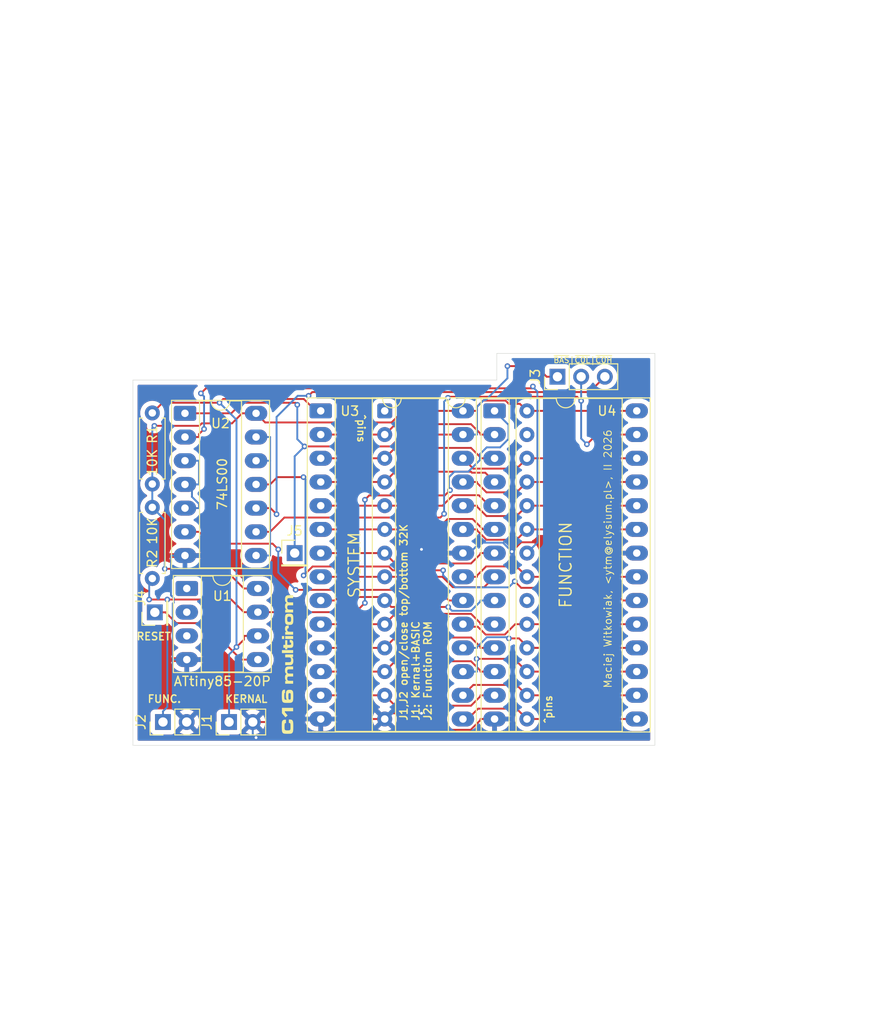
<source format=kicad_pcb>
(kicad_pcb (version 20241229) (generator "pcbnew") (generator_version "9.0")
  (title_block (title "C16 multirom") (date "2026-02-07") (rev "1") (company "YTM Enterprises") (comment 1 "Maciej Witkowiak, <ytm@elysium.pl>"))
  (layers (0 "F.Cu" signal) (2 "B.Cu" signal) (13 "F.Paste" user) (15 "B.Paste" user) (5 "F.SilkS" user "F.Silkscreen") (7 "B.SilkS" user "B.Silkscreen") (1 "F.Mask" user) (3 "B.Mask" user) (25 "Edge.Cuts" user))
  (net 0 "")
  (net 1 "/U3_A15")
  (net 2 "GND")
  (net 3 "/U4_A15")
  (net 4 "/~{BASIC}")
  (net 5 "/~{RESET}")
  (net 6 "VCC")
  (net 7 "/A1")
  (net 8 "/D0")
  (net 10 "/A11")
  (net 11 "/A5")
  (net 12 "/D3")
  (net 13 "/A4")
  (net 14 "/A6")
  (net 15 "/A9")
  (net 16 "/D1")
  (net 17 "/A10")
  (net 18 "/A2")
  (net 19 "/D2")
  (net 20 "/A7")
  (net 21 "/D4")
  (net 22 "/A13")
  (net 23 "/A3")
  (net 24 "/A0")
  (net 25 "/~{KERNAL}")
  (net 26 "/D5")
  (net 27 "/A12")
  (net 28 "/D6")
  (net 29 "/D7")
  (net 32 "/A8")
  (net 36 "/~{SYSTEMROM}")
  (net 37 "Net-(U2-Pad3)")
  (net 38 "/~{C0HIGH}")
  (net 39 "Net-(U2-Pad12)")
  (net 40 "/~{C0LOW}")
  (net 41 "/~{FUNCTIONROM}")
  (footprint "Package_DIP:DIP-28_W15.24mm_Socket_LongPads" (layer "F.Cu") (at 169.76 57.658)
    (property "Reference" "U4")
    (property "Value" "27C512")
  )
  (footprint "Connector_PinHeader_2.54mm:PinHeader_1x01_P2.54mm_Vertical" (layer "F.Cu") (at 133.35 79.248 90)
    (property "Reference" "J4")
    (property "Value" "Conn_01x01_Pin" (hide yes))
  )
  (footprint "Connector_PinHeader_2.54mm:PinHeader_1x03_P2.54mm_Vertical" (layer "F.Cu") (at 176.5 54 90)
    (property "Reference" "J3")
    (property "Value" "Conn_01x01_Pin" (hide yes))
  )
  (footprint "kibuzzard-6987CFF9" (layer "F.Cu") (at 147.574 84.836 90)
    (property "Reference" "kibuzzard-6987CFF9" (hide yes))
    (property "Value" "G***" (hide yes))
  )
  (footprint "Package_DIP:DIP-28_W15.24mm_Socket_LongPads" (layer "F.Cu") (at 151.13 57.658)
    (property "Reference" "U3")
    (property "Value" "27C512")
  )
  (footprint "Package_DIP:DIP-8_W7.62mm_Socket_LongPads" (layer "F.Cu") (at 136.775 76.69)
    (property "Reference" "U1")
    (property "Value" "ATtiny85-20P")
  )
  (footprint "Connector_PinHeader_2.54mm:PinHeader_1x02_P2.54mm_Vertical" (layer "F.Cu") (at 141.305 91 90)
    (property "Reference" "J1")
    (property "Value" "Conn_01x02_Pin" (hide yes))
  )
  (footprint "Resistor_THT:R_Axial_DIN0207_L6.3mm_D2.5mm_P7.62mm_Horizontal" (layer "F.Cu") (at 133.08 68 -90)
    (property "Reference" "R2")
    (property "Value" "10K")
  )
  (footprint "Package_DIP:DIP-14_W7.62mm_Socket_LongPads" (layer "F.Cu") (at 136.58 57.92)
    (property "Reference" "U2")
    (property "Value" "74LS00")
  )
  (footprint "Connector_PinHeader_2.54mm:PinHeader_1x02_P2.54mm_Vertical" (layer "F.Cu") (at 134.225 91 90)
    (property "Reference" "J2")
    (property "Value" "Conn_01x02_Pin" (hide yes))
  )
  (footprint "Resistor_THT:R_Axial_DIN0207_L6.3mm_D2.5mm_P7.62mm_Horizontal" (layer "F.Cu") (at 133.08 65.5 90)
    (property "Reference" "R1")
    (property "Value" "10K")
  )
  (footprint "Package_DIP:DIP-28_W15.24mm_Socket" (layer "F.Cu") (at 157.988 57.658)
    (property "Reference" "SOCKET_U4" (hide yes))
    (property "Value" "27128")
  )
  (footprint "Connector_PinHeader_2.54mm:PinHeader_1x01_P2.54mm_Vertical" (layer "F.Cu") (at 148.336 72.898)
    (property "Reference" "J5")
    (property "Value" "Conn_01x01_Pin" (hide yes))
  )
  (gr_line (start 186.944 93.5) (end 131 93.5) (stroke (width 0.05)) (layer "Edge.Cuts"))
  (gr_line (start 170 54.356) (end 170 51.5) (stroke (width 0.05)) (layer "Edge.Cuts"))
  (gr_line (start 186.944 51.5) (end 186.944 93.5) (stroke (width 0.05)) (layer "Edge.Cuts"))
  (gr_line (start 131 54.356) (end 131 93.5) (stroke (width 0.05)) (layer "Edge.Cuts"))
  (gr_line (start 131 54.356) (end 170 54.356) (stroke (width 0.05)) (layer "Edge.Cuts"))
  (gr_line (start 170 51.5) (end 186.944 51.5) (stroke (width 0.05)) (layer "Edge.Cuts"))
  (gr_text "J1,J2 open/close top/bottom 32K\nJ1: Kernal+BASIC\nJ2: Function ROM" (at 163.068 90.932 90) (layer "F.SilkS") (effects (font (size 0.8 0.8)) (justify left bottom)))
  (gr_text "~{BAS}|~{C0L}|~{C0H}" (at 176.022 52.578 0) (layer "F.SilkS") (effects (font (size 0.6 0.6) (thickness 0.1)) (justify left bottom)))
  (gr_text "KERNAL" (at 145.5 89 0) (layer "F.SilkS") (effects (font (size 0.8 0.8)) (justify right bottom)))
  (gr_text "FUNC." (at 132.5 89 0) (layer "F.SilkS") (effects (font (size 0.8 0.8)) (justify left bottom)))
  (gr_text "^pins" (at 176 91.186 90) (layer "F.SilkS") (effects (font (size 0.8 0.8)) (justify left bottom)))
  (gr_text "Maciej Witkowiak, <ytm@elysium.pl>, II 2026" (at 182.372 87.43 90) (layer "F.SilkS") (effects (font (size 0.8 0.8) (thickness 0.1)) (justify left bottom)))
  (gr_text "RESET" (at 131.318 82.296 0) (layer "F.SilkS") (effects (font (size 0.8 0.8)) (justify left bottom)))
  (gr_text "^pins" (at 155 58 270) (layer "F.SilkS") (effects (font (size 0.8 0.8)) (justify left bottom)))
  (segment (start 142.8933 82.1731) (end 142.8933 81.77) (width 0.2) (layer "F.Cu") (net 1))
  (segment (start 133.08 57.88) (end 134.1745 56.7855) (width 0.2) (layer "F.Cu") (net 1))
  (segment (start 134.1745 56.7855) (end 140.2811 56.7855) (width 0.2) (layer "F.Cu") (net 1))
  (segment (start 140.6813 56.3853) (end 149.3187 56.3853) (width 0.2) (layer "F.Cu") (net 1))
  (segment (start 140.2811 56.7855) (end 140.6813 56.3853) (width 0.2) (layer "F.Cu") (net 1))
  (segment (start 150.5914 57.658) (end 151.13 57.658) (width 0.2) (layer "F.Cu") (net 1))
  (segment (start 144.395 81.77) (end 142.8933 81.77) (width 0.2) (layer "F.Cu") (net 1))
  (segment (start 149.3187 56.3853) (end 150.5914 57.658) (width 0.2) (layer "F.Cu") (net 1))
  (segment (start 142.1017 82.9647) (end 142.8933 82.1731) (width 0.2) (layer "F.Cu") (net 1))
  (via (at 140.2811 56.7855) (size 0.6) (drill 0.3) (layers "F.Cu" "B.Cu") (net 1))
  (via (at 142.1017 82.9647) (size 0.6) (drill 0.3) (layers "F.Cu" "B.Cu") (net 1))
  (segment (start 142.1017 58.6061) (end 142.1017 82.9647) (width 0.2) (layer "B.Cu") (net 1))
  (segment (start 141.305 91) (end 141.305 83.7614) (width 0.2) (layer "B.Cu") (net 1))
  (segment (start 140.2811 56.7855) (end 142.1017 58.6061) (width 0.2) (layer "B.Cu") (net 1))
  (segment (start 141.305 83.7614) (end 142.1017 82.9647) (width 0.2) (layer "B.Cu") (net 1))
  (segment (start 161.9275 90.0677) (end 158.5983 90.0677) (width 0.2) (layer "F.Cu") (net 2))
  (segment (start 151.13 90.678) (end 157.988 90.678) (width 0.2) (layer "F.Cu") (net 2))
  (segment (start 143.845 91) (end 149.3063 91) (width 0.2) (layer "F.Cu") (net 2))
  (segment (start 182.3416 71.7413) (end 183.4983 72.898) (width 0.2) (layer "F.Cu") (net 2))
  (segment (start 151.13 90.678) (end 149.6283 90.678) (width 0.2) (layer "F.Cu") (net 2))
  (segment (start 171.615 72.7377) (end 172.6114 71.7413) (width 0.2) (layer "F.Cu") (net 2))
  (segment (start 172.6114 71.7413) (end 182.3416 71.7413) (width 0.2) (layer "F.Cu") (net 2))
  (segment (start 149.3063 91) (end 149.6283 90.678) (width 0.2) (layer "F.Cu") (net 2))
  (segment (start 185 72.898) (end 183.4983 72.898) (width 0.2) (layer "F.Cu") (net 2))
  (segment (start 168.2583 90.678) (end 168.2583 90.7795) (width 0.2) (layer "F.Cu") (net 2))
  (segment (start 158.5983 90.0677) (end 157.988 90.678) (width 0.2) (layer "F.Cu") (net 2))
  (segment (start 162.326 72.898) (end 161.9275 72.4995) (width 0.2) (layer "F.Cu") (net 2))
  (segment (start 136.765 91) (end 138.435 92.67) (width 0.2) (layer "F.Cu") (net 2))
  (segment (start 167.203 91.8348) (end 163.6946 91.8348) (width 0.2) (layer "F.Cu") (net 2))
  (segment (start 169.76 90.678) (end 168.2583 90.678) (width 0.2) (layer "F.Cu") (net 2))
  (segment (start 163.6946 91.8348) (end 161.9275 90.0677) (width 0.2) (layer "F.Cu") (net 2))
  (segment (start 166.37 72.898) (end 162.326 72.898) (width 0.2) (layer "F.Cu") (net 2))
  (segment (start 138.435 92.67) (end 144.1975 92.67) (width 0.2) (layer "F.Cu") (net 2))
  (segment (start 168.2583 90.7795) (end 167.203 91.8348) (width 0.2) (layer "F.Cu") (net 2))
  (via (at 144.1975 92.67) (size 0.6) (drill 0.3) (layers "F.Cu" "B.Cu") (net 2))
  (via (at 161.9275 90.0677) (size 0.6) (drill 0.3) (layers "F.Cu" "B.Cu") (net 2))
  (via (at 161.9275 72.4995) (size 0.6) (drill 0.3) (layers "F.Cu" "B.Cu") (net 2))
  (via (at 171.615 72.7377) (size 0.6) (drill 0.3) (layers "F.Cu" "B.Cu") (net 2))
  (segment (start 136.58 73.16) (end 135.0783 73.16) (width 0.2) (layer "B.Cu") (net 2))
  (segment (start 170.6566 71.7793) (end 171.615 72.7377) (width 0.2) (layer "B.Cu") (net 2))
  (segment (start 135.3697 77.7066) (end 135.0783 77.4152) (width 0.2) (layer "B.Cu") (net 2))
  (segment (start 135.2733 84.31) (end 135.2733 78.3014) (width 0.2) (layer "B.Cu") (net 2))
  (segment (start 168.1966 71.7793) (end 170.6566 71.7793) (width 0.2) (layer "B.Cu") (net 2))
  (segment (start 166.37 72.898) (end 167.0779 72.898) (width 0.2) (layer "B.Cu") (net 2))
  (segment (start 135.3697 78.205) (end 135.3697 77.7066) (width 0.2) (layer "B.Cu") (net 2))
  (segment (start 136.765 91) (end 135.2733 89.5083) (width 0.2) (layer "B.Cu") (net 2))
  (segment (start 135.0783 77.4152) (end 135.0783 73.16) (width 0.2) (layer "B.Cu") (net 2))
  (segment (start 167.0779 72.898) (end 168.1966 71.7793) (width 0.2) (layer "B.Cu") (net 2))
  (segment (start 161.9275 72.4995) (end 161.9275 90.0677) (width 0.2) (layer "B.Cu") (net 2))
  (segment (start 144.1975 92.67) (end 143.845 92.3175) (width 0.2) (layer "B.Cu") (net 2))
  (segment (start 135.2733 89.5083) (end 135.2733 84.31) (width 0.2) (layer "B.Cu") (net 2))
  (segment (start 135.2733 78.3014) (end 135.3697 78.205) (width 0.2) (layer "B.Cu") (net 2))
  (segment (start 136.775 84.31) (end 135.2733 84.31) (width 0.2) (layer "B.Cu") (net 2))
  (segment (start 143.845 92.3175) (end 143.845 91) (width 0.2) (layer "B.Cu") (net 2))
  (segment (start 155.864 78.2351) (end 154.8691 79.23) (width 0.2) (layer "F.Cu") (net 3))
  (segment (start 154.8691 79.23) (end 144.395 79.23) (width 0.2) (layer "F.Cu") (net 3))
  (segment (start 132.7474 77.8737) (end 134.6859 77.8737) (width 0.2) (layer "F.Cu") (net 3))
  (segment (start 141.537 77.8737) (end 134.6859 77.8737) (width 0.2) (layer "F.Cu") (net 3))
  (segment (start 156.3307 66.7163) (end 164.4316 66.7163) (width 0.2) (layer "F.Cu") (net 3))
  (segment (start 164.4316 66.7163) (end 164.987 66.1609) (width 0.2) (layer "F.Cu") (net 3))
  (segment (start 144.395 79.23) (end 142.8933 79.23) (width 0.2) (layer "F.Cu") (net 3))
  (segment (start 142.8933 79.23) (end 141.537 77.8737) (width 0.2) (layer "F.Cu") (net 3))
  (segment (start 156.3307 66.7163) (end 155.864 67.183) (width 0.2) (layer "F.Cu") (net 3))
  (via (at 155.864 78.2351) (size 0.6) (drill 0.3) (layers "F.Cu" "B.Cu") (net 3))
  (via (at 132.7474 77.8737) (size 0.6) (drill 0.3) (layers "F.Cu" "B.Cu") (net 3))
  (via (at 164.987 66.1609) (size 0.6) (drill 0.3) (layers "F.Cu" "B.Cu") (net 3))
  (via (at 134.6859 77.8737) (size 0.6) (drill 0.3) (layers "F.Cu" "B.Cu") (net 3))
  (via (at 155.864 67.183) (size 0.6) (drill 0.3) (layers "F.Cu" "B.Cu") (net 3))
  (segment (start 132.7474 77.8737) (end 132.7474 75.9526) (width 0.2) (layer "B.Cu") (net 3))
  (segment (start 168.1901 62.9278) (end 168.1901 62.2946) (width 0.2) (layer "B.Cu") (net 3))
  (segment (start 171.2617 60.6582) (end 171.2617 59.1597) (width 0.2) (layer "B.Cu") (net 3))
  (segment (start 170.3497 61.5702) (end 171.2617 60.6582) (width 0.2) (layer "B.Cu") (net 3))
  (segment (start 168.9145 61.5702) (end 170.3497 61.5702) (width 0.2) (layer "B.Cu") (net 3))
  (segment (start 166.9416 64.1763) (end 168.1901 62.9278) (width 0.2) (layer "B.Cu") (net 3))
  (segment (start 164.8683 66.0422) (end 164.987 66.1609) (width 0.2) (layer "B.Cu") (net 3))
  (segment (start 164.8683 66.0422) (end 164.8683 64.7625) (width 0.2) (layer "B.Cu") (net 3))
  (segment (start 132.7474 75.9526) (end 133.08 75.62) (width 0.2) (layer "B.Cu") (net 3))
  (segment (start 164.8683 64.7625) (end 165.4545 64.1763) (width 0.2) (layer "B.Cu") (net 3))
  (segment (start 134.225 91) (end 134.225 89.8483) (width 0.2) (layer "B.Cu") (net 3))
  (segment (start 165.4545 64.1763) (end 166.9416 64.1763) (width 0.2) (layer "B.Cu") (net 3))
  (segment (start 171.2617 59.1597) (end 169.76 57.658) (width 0.2) (layer "B.Cu") (net 3))
  (segment (start 134.6859 89.3874) (end 134.225 89.8483) (width 0.2) (layer "B.Cu") (net 3))
  (segment (start 155.864 78.2351) (end 155.864 67.183) (width 0.2) (layer "B.Cu") (net 3))
  (segment (start 134.6859 77.8737) (end 134.6859 89.3874) (width 0.2) (layer "B.Cu") (net 3))
  (segment (start 168.1901 62.2946) (end 168.9145 61.5702) (width 0.2) (layer "B.Cu") (net 3))
  (segment (start 149.3972 61.468) (end 158.6351 61.468) (width 0.2) (layer "F.Cu") (net 4))
  (segment (start 176.5 54) (end 175.3483 54) (width 0.2) (layer "F.Cu") (net 4))
  (segment (start 171.14 52.8612) (end 174.2095 52.8612) (width 0.2) (layer "F.Cu") (net 4))
  (segment (start 148.3979 56.787) (end 148.6183 57.0074) (width 0.2) (layer "F.Cu") (net 4))
  (segment (start 141.5463 57.92) (end 142.6793 56.787) (width 0.2) (layer "F.Cu") (net 4))
  (segment (start 174.2095 52.8612) (end 175.3483 54) (width 0.2) (layer "F.Cu") (net 4))
  (segment (start 136.58 57.92) (end 141.5463 57.92) (width 0.2) (layer "F.Cu") (net 4))
  (segment (start 142.6793 56.787) (end 148.3979 56.787) (width 0.2) (layer "F.Cu") (net 4))
  (segment (start 158.6351 61.468) (end 159.9051 60.198) (width 0.2) (layer "F.Cu") (net 4))
  (segment (start 159.9051 60.198) (end 166.37 60.198) (width 0.2) (layer "F.Cu") (net 4))
  (via (at 171.14 52.8612) (size 0.6) (drill 0.3) (layers "F.Cu" "B.Cu") (net 4))
  (via (at 149.3972 61.468) (size 0.6) (drill 0.3) (layers "F.Cu" "B.Cu") (net 4))
  (via (at 148.6183 57.0074) (size 0.6) (drill 0.3) (layers "F.Cu" "B.Cu") (net 4))
  (segment (start 148.336 62.5292) (end 149.3972 61.468) (width 0.2) (layer "B.Cu") (net 4))
  (segment (start 168.8127 56.4933) (end 171.14 54.166) (width 0.2) (layer "B.Cu") (net 4))
  (segment (start 149.3972 61.468) (end 148.6183 60.6891) (width 0.2) (layer "B.Cu") (net 4))
  (segment (start 167.8717 60.198) (end 167.8717 57.2363) (width 0.2) (layer "B.Cu") (net 4))
  (segment (start 148.6183 60.6891) (end 148.6183 57.0074) (width 0.2) (layer "B.Cu") (net 4))
  (segment (start 167.8717 57.2363) (end 168.6147 56.4933) (width 0.2) (layer "B.Cu") (net 4))
  (segment (start 168.6147 56.4933) (end 168.8127 56.4933) (width 0.2) (layer "B.Cu") (net 4))
  (segment (start 171.14 54.166) (end 171.14 52.8612) (width 0.2) (layer "B.Cu") (net 4))
  (segment (start 148.336 72.898) (end 148.336 62.5292) (width 0.2) (layer "B.Cu") (net 4))
  (segment (start 166.37 60.198) (end 167.8717 60.198) (width 0.2) (layer "B.Cu") (net 4))
  (segment (start 134.5017 79.248) (end 135.6534 80.3997) (width 0.2) (layer "F.Cu") (net 5))
  (segment (start 133.35 79.248) (end 134.5017 79.248) (width 0.2) (layer "F.Cu") (net 5))
  (segment (start 135.6534 80.3997) (end 138.6859 80.3997) (width 0.2) (layer "F.Cu") (net 5))
  (segment (start 142.5962 84.31) (end 144.395 84.31) (width 0.2) (layer "F.Cu") (net 5))
  (segment (start 138.6859 80.3997) (end 142.5962 84.31) (width 0.2) (layer "F.Cu") (net 5))
  (segment (start 171.288 56.9044) (end 171.288 56.9045) (width 0.2) (layer "F.Cu") (net 6))
  (segment (start 170.9379 56.5543) (end 171.288 56.9044) (width 0.2) (layer "F.Cu") (net 6))
  (segment (start 173.228 57.658) (end 185 57.658) (width 0.2) (layer "F.Cu") (net 6))
  (segment (start 144.395 76.69) (end 142.8933 76.69) (width 0.2) (layer "F.Cu") (net 6))
  (segment (start 167.8717 57.658) (end 167.8717 57.2168) (width 0.2) (layer "F.Cu") (net 6))
  (segment (start 171.288 56.9045) (end 172.4745 56.9045) (width 0.2) (layer "F.Cu") (net 6))
  (segment (start 167.1209 57.658) (end 166.37 57.658) (width 0.2) (layer "F.Cu") (net 6))
  (segment (start 144.2 57.92) (end 142.6983 57.92) (width 0.2) (layer "F.Cu") (net 6))
  (segment (start 166.37 57.658) (end 159.9621 57.658) (width 0.2) (layer "F.Cu") (net 6))
  (segment (start 159.9621 57.658) (end 158.72105 58.89905) (width 0.2) (layer "F.Cu") (net 6))
  (segment (start 167.8717 57.2168) (end 168.5342 56.5543) (width 0.2) (layer "F.Cu") (net 6))
  (segment (start 138.1168 59.2596) (end 133.3019 59.2596) (width 0.2) (layer "F.Cu") (net 6))
  (segment (start 158.72105 58.89905) (end 145.17905 58.89905) (width 0.2) (layer "F.Cu") (net 6))
  (segment (start 140.7882 74.5849) (end 134.4167 74.5849) (width 0.2) (layer "F.Cu") (net 6))
  (segment (start 138.3787 58.9977) (end 138.1168 59.2596) (width 0.2) (layer "F.Cu") (net 6))
  (segment (start 142.8933 76.69) (end 140.7882 74.5849) (width 0.2) (layer "F.Cu") (net 6))
  (segment (start 141.6206 58.9977) (end 138.3787 58.9977) (width 0.2) (layer "F.Cu") (net 6))
  (segment (start 142.6983 57.92) (end 141.6206 58.9977) (width 0.2) (layer "F.Cu") (net 6))
  (segment (start 168.5342 56.5543) (end 170.9379 56.5543) (width 0.2) (layer "F.Cu") (net 6))
  (segment (start 172.4745 56.9045) (end 173.228 57.658) (width 0.2) (layer "F.Cu") (net 6))
  (segment (start 145.17905 58.89905) (end 144.2 57.92) (width 0.2) (layer "F.Cu") (net 6))
  (segment (start 167.1209 57.658) (end 167.8717 57.658) (width 0.2) (layer "F.Cu") (net 6))
  (via (at 133.3019 59.2596) (size 0.6) (drill 0.3) (layers "F.Cu" "B.Cu") (net 6))
  (via (at 134.4167 74.5849) (size 0.6) (drill 0.3) (layers "F.Cu" "B.Cu") (net 6))
  (segment (start 133.08 59.4815) (end 133.08 65.5) (width 0.2) (layer "B.Cu") (net 6))
  (segment (start 133.08 68) (end 133.08 65.5) (width 0.2) (layer "B.Cu") (net 6))
  (segment (start 133.3019 59.2596) (end 133.08 59.4815) (width 0.2) (layer "B.Cu") (net 6))
  (segment (start 134.4167 69.3367) (end 133.08 68) (width 0.2) (layer "B.Cu") (net 6))
  (segment (start 134.4167 74.5849) (end 134.4167 69.3367) (width 0.2) (layer "B.Cu") (net 6))
  (segment (start 157.6143 77.6043) (end 157.988 77.978) (width 0.2) (layer "F.Cu") (net 7))
  (segment (start 164.7903 78.6704) (end 158.6804 78.6704) (width 0.2) (layer "F.Cu") (net 7))
  (segment (start 153.0054 77.6043) (end 157.6143 77.6043) (width 0.2) (layer "F.Cu") (net 7))
  (segment (start 151.13 77.978) (end 152.6317 77.978) (width 0.2) (layer "F.Cu") (net 7))
  (segment (start 158.6804 78.6704) (end 157.988 77.978) (width 0.2) (layer "F.Cu") (net 7))
  (segment (start 152.6317 77.978) (end 153.0054 77.6043) (width 0.2) (layer "F.Cu") (net 7))
  (via (at 164.7903 78.6704) (size 0.6) (drill 0.3) (layers "F.Cu" "B.Cu") (net 7))
  (segment (start 167.2443 79.0797) (end 165.1996 79.0797) (width 0.2) (layer "B.Cu") (net 7))
  (segment (start 165.1996 79.0797) (end 164.7903 78.6704) (width 0.2) (layer "B.Cu") (net 7))
  (segment (start 168.2583 77.978) (end 168.2583 78.0657) (width 0.2) (layer "B.Cu") (net 7))
  (segment (start 168.2583 78.0657) (end 167.2443 79.0797) (width 0.2) (layer "B.Cu") (net 7))
  (segment (start 169.76 77.978) (end 168.2583 77.978) (width 0.2) (layer "B.Cu") (net 7))
  (segment (start 157.988 83.058) (end 151.13 83.058) (width 0.2) (layer "F.Cu") (net 8))
  (segment (start 159.0993 81.9467) (end 157.988 83.058) (width 0.2) (layer "F.Cu") (net 8))
  (segment (start 169.76 83.058) (end 168.2583 83.058) (width 0.2) (layer "F.Cu") (net 8))
  (segment (start 168.2583 82.9679) (end 167.2371 81.9467) (width 0.2) (layer "F.Cu") (net 8))
  (segment (start 167.2371 81.9467) (end 159.0993 81.9467) (width 0.2) (layer "F.Cu") (net 8))
  (segment (start 168.2583 83.058) (end 168.2583 82.9679) (width 0.2) (layer "F.Cu") (net 8))
  (segment (start 166.37 70.358) (end 167.8717 70.358) (width 0.2) (layer "F.Cu") (net 10))
  (segment (start 185 70.358) (end 173.228 70.358) (width 0.2) (layer "F.Cu") (net 10))
  (segment (start 167.8717 70.4481) (end 168.8928 71.4692) (width 0.2) (layer "F.Cu") (net 10))
  (segment (start 167.8717 70.358) (end 167.8717 70.4481) (width 0.2) (layer "F.Cu") (net 10))
  (segment (start 168.8928 71.4692) (end 172.1168 71.4692) (width 0.2) (layer "F.Cu") (net 10))
  (segment (start 172.1168 71.4692) (end 173.228 70.358) (width 0.2) (layer "F.Cu") (net 10))
  (segment (start 168.0759 66.6953) (end 169.1986 67.818) (width 0.2) (layer "F.Cu") (net 11))
  (segment (start 164.1808 67.818) (end 165.3035 66.6953) (width 0.2) (layer "F.Cu") (net 11))
  (segment (start 165.3035 66.6953) (end 168.0759 66.6953) (width 0.2) (layer "F.Cu") (net 11))
  (segment (start 169.1986 67.818) (end 169.76 67.818) (width 0.2) (layer "F.Cu") (net 11))
  (segment (start 151.13 67.818) (end 157.988 67.818) (width 0.2) (layer "F.Cu") (net 11))
  (segment (start 157.988 67.818) (end 164.1808 67.818) (width 0.2) (layer "F.Cu") (net 11))
  (segment (start 172.117 89.567) (end 173.228 90.678) (width 0.2) (layer "F.Cu") (net 12))
  (segment (start 166.37 90.678) (end 166.8889 90.678) (width 0.2) (layer "F.Cu") (net 12))
  (segment (start 173.228 90.678) (end 185 90.678) (width 0.2) (layer "F.Cu") (net 12))
  (segment (start 166.8889 90.678) (end 167.9999 89.567) (width 0.2) (layer "F.Cu") (net 12))
  (segment (start 167.9999 89.567) (end 172.117 89.567) (width 0.2) (layer "F.Cu") (net 12))
  (segment (start 169.76 70.358) (end 168.5221 70.358) (width 0.2) (layer "F.Cu") (net 13))
  (segment (start 167.4081 69.244) (end 164.737 69.244) (width 0.2) (layer "F.Cu") (net 13))
  (segment (start 163.623 70.358) (end 157.988 70.358) (width 0.2) (layer "F.Cu") (net 13))
  (segment (start 168.5221 70.358) (end 167.4081 69.244) (width 0.2) (layer "F.Cu") (net 13))
  (segment (start 164.737 69.244) (end 163.623 70.358) (width 0.2) (layer "F.Cu") (net 13))
  (segment (start 157.988 70.358) (end 151.13 70.358) (width 0.2) (layer "F.Cu") (net 13))
  (segment (start 159.0897 64.1763) (end 157.988 65.278) (width 0.2) (layer "F.Cu") (net 14))
  (segment (start 167.2264 64.1763) (end 159.0897 64.1763) (width 0.2) (layer "F.Cu") (net 14))
  (segment (start 168.7668 64.2848) (end 167.3349 64.2848) (width 0.2) (layer "F.Cu") (net 14))
  (segment (start 169.76 65.278) (end 168.7668 64.2848) (width 0.2) (layer "F.Cu") (net 14))
  (segment (start 167.3349 64.2848) (end 167.2264 64.1763) (width 0.2) (layer "F.Cu") (net 14))
  (segment (start 157.988 65.278) (end 151.13 65.278) (width 0.2) (layer "F.Cu") (net 14))
  (segment (start 166.37 67.818) (end 167.8717 67.818) (width 0.2) (layer "F.Cu") (net 15))
  (segment (start 168.8928 68.9292) (end 172.1168 68.9292) (width 0.2) (layer "F.Cu") (net 15))
  (segment (start 172.1168 68.9292) (end 173.228 67.818) (width 0.2) (layer "F.Cu") (net 15))
  (segment (start 185 67.818) (end 173.228 67.818) (width 0.2) (layer "F.Cu") (net 15))
  (segment (start 167.8717 67.9081) (end 168.8928 68.9292) (width 0.2) (layer "F.Cu") (net 15))
  (segment (start 167.8717 67.818) (end 167.8717 67.9081) (width 0.2) (layer "F.Cu") (net 15))
  (segment (start 151.13 85.598) (end 157.988 85.598) (width 0.2) (layer "F.Cu") (net 16))
  (segment (start 169.76 85.598) (end 168.2583 85.598) (width 0.2) (layer "F.Cu") (net 16))
  (segment (start 168.2583 85.5079) (end 167.2371 84.4867) (width 0.2) (layer "F.Cu") (net 16))
  (segment (start 159.0993 84.4867) (end 157.988 85.598) (width 0.2) (layer "F.Cu") (net 16))
  (segment (start 167.2371 84.4867) (end 159.0993 84.4867) (width 0.2) (layer "F.Cu") (net 16))
  (segment (start 168.2583 85.598) (end 168.2583 85.5079) (width 0.2) (layer "F.Cu") (net 16))
  (segment (start 166.37 75.438) (end 167.8717 75.438) (width 0.2) (layer "F.Cu") (net 17))
  (segment (start 168.8599 74.327) (end 172.117 74.327) (width 0.2) (layer "F.Cu") (net 17))
  (segment (start 185 75.438) (end 173.228 75.438) (width 0.2) (layer "F.Cu") (net 17))
  (segment (start 167.8717 75.3152) (end 168.8599 74.327) (width 0.2) (layer "F.Cu") (net 17))
  (segment (start 172.117 74.327) (end 173.228 75.438) (width 0.2) (layer "F.Cu") (net 17))
  (segment (start 167.8717 75.438) (end 167.8717 75.3152) (width 0.2) (layer "F.Cu") (net 17))
  (segment (start 157.988 75.438) (end 164.17 75.438) (width 0.2) (layer "F.Cu") (net 18))
  (segment (start 165.28 76.548) (end 168.65 76.548) (width 0.2) (layer "F.Cu") (net 18))
  (segment (start 168.65 76.548) (end 169.76 75.438) (width 0.2) (layer "F.Cu") (net 18))
  (segment (start 164.17 75.438) (end 165.28 76.548) (width 0.2) (layer "F.Cu") (net 18))
  (segment (start 151.13 75.438) (end 157.988 75.438) (width 0.2) (layer "F.Cu") (net 18))
  (segment (start 169.76 88.138) (end 168.2583 88.138) (width 0.2) (layer "F.Cu") (net 19))
  (segment (start 168.2583 88.228) (end 168.2583 88.138) (width 0.2) (layer "F.Cu") (net 19))
  (segment (start 151.13 88.138) (end 157.988 88.138) (width 0.2) (layer "F.Cu") (net 19))
  (segment (start 167.2374 89.2489) (end 168.2583 88.228) (width 0.2) (layer "F.Cu") (net 19))
  (segment (start 159.0989 89.2489) (end 167.2374 89.2489) (width 0.2) (layer "F.Cu") (net 19))
  (segment (start 157.988 88.138) (end 159.0989 89.2489) (width 0.2) (layer "F.Cu") (net 19))
  (segment (start 168.2583 62.6479) (end 167.2371 61.6267) (width 0.2) (layer "F.Cu") (net 20))
  (segment (start 159.0993 61.6267) (end 157.988 62.738) (width 0.2) (layer "F.Cu") (net 20))
  (segment (start 167.2371 61.6267) (end 159.0993 61.6267) (width 0.2) (layer "F.Cu") (net 20))
  (segment (start 157.988 62.738) (end 151.13 62.738) (width 0.2) (layer "F.Cu") (net 20))
  (segment (start 169.76 62.738) (end 168.2583 62.738) (width 0.2) (layer "F.Cu") (net 20))
  (segment (start 168.2583 62.738) (end 168.2583 62.6479) (width 0.2) (layer "F.Cu") (net 20))
  (segment (start 185 88.138) (end 173.228 88.138) (width 0.2) (layer "F.Cu") (net 21))
  (segment (start 172.1167 87.0267) (end 173.228 88.138) (width 0.2) (layer "F.Cu") (net 21))
  (segment (start 166.37 88.138) (end 167.4813 87.0267) (width 0.2) (layer "F.Cu") (net 21))
  (segment (start 167.4813 87.0267) (end 172.1167 87.0267) (width 0.2) (layer "F.Cu") (net 21))
  (segment (start 173.228 62.738) (end 185 62.738) (width 0.2) (layer "F.Cu") (net 22))
  (segment (start 173.228 62.738) (end 172.1205 63.8455) (width 0.2) (layer "F.Cu") (net 22))
  (segment (start 172.1205 63.8455) (end 167.4775 63.8455) (width 0.2) (layer "F.Cu") (net 22))
  (segment (start 167.4775 63.8455) (end 166.37 62.738) (width 0.2) (layer "F.Cu") (net 22))
  (segment (start 169.76 72.898) (end 168.2583 72.898) (width 0.2) (layer "F.Cu") (net 23))
  (segment (start 151.13 72.898) (end 157.988 72.898) (width 0.2) (layer "F.Cu") (net 23))
  (segment (start 167.2372 74.0092) (end 159.0992 74.0092) (width 0.2) (layer "F.Cu") (net 23))
  (segment (start 168.2583 72.898) (end 168.2583 72.9881) (width 0.2) (layer "F.Cu") (net 23))
  (segment (start 159.0992 74.0092) (end 157.988 72.898) (width 0.2) (layer "F.Cu") (net 23))
  (segment (start 168.2583 72.9881) (end 167.2372 74.0092) (width 0.2) (layer "F.Cu") (net 23))
  (segment (start 169.76 80.518) (end 168.2583 80.518) (width 0.2) (layer "F.Cu") (net 24))
  (segment (start 168.2583 80.4279) (end 167.2371 79.4067) (width 0.2) (layer "F.Cu") (net 24))
  (segment (start 159.0993 79.4067) (end 157.988 80.518) (width 0.2) (layer "F.Cu") (net 24))
  (segment (start 167.2371 79.4067) (end 159.0993 79.4067) (width 0.2) (layer "F.Cu") (net 24))
  (segment (start 168.2583 80.518) (end 168.2583 80.4279) (width 0.2) (layer "F.Cu") (net 24))
  (segment (start 151.13 80.518) (end 157.988 80.518) (width 0.2) (layer "F.Cu") (net 24))
  (segment (start 138.0817 60.46) (end 138.0817 60.1455) (width 0.2) (layer "F.Cu") (net 25))
  (segment (start 173.8705 55.1075) (end 173.7376 55.2404) (width 0.2) (layer "F.Cu") (net 25))
  (segment (start 138.8268 55.2404) (end 138.2875 55.7797) (width 0.2) (layer "F.Cu") (net 25))
  (segment (start 173.7376 55.2404) (end 138.8268 55.2404) (width 0.2) (layer "F.Cu") (net 25))
  (segment (start 136.58 60.46) (end 138.0817 60.46) (width 0.2) (layer "F.Cu") (net 25))
  (segment (start 138.0817 60.1455) (end 138.6278 59.5994) (width 0.2) (layer "F.Cu") (net 25))
  (segment (start 173.8705 55.1075) (end 173.8705 55.0403) (width 0.2) (layer "F.Cu") (net 25))
  (via (at 138.6278 59.5994) (size 0.6) (drill 0.3) (layers "F.Cu" "B.Cu") (net 25))
  (via (at 138.2875 55.7797) (size 0.6) (drill 0.3) (layers "F.Cu" "B.Cu") (net 25))
  (via (at 173.8705 55.0403) (size 0.6) (drill 0.3) (layers "F.Cu" "B.Cu") (net 25))
  (segment (start 174.3497 55.5867) (end 174.3497 71.7763) (width 0.2) (layer "B.Cu") (net 25))
  (segment (start 138.6278 56.12) (end 138.2875 55.7797) (width 0.2) (layer "B.Cu") (net 25))
  (segment (start 173.8705 55.1075) (end 173.8705 55.0403) (width 0.2) (layer "B.Cu") (net 25))
  (segment (start 174.3497 71.7763) (end 173.228 72.898) (width 0.2) (layer "B.Cu") (net 25))
  (segment (start 173.8705 55.1075) (end 174.3497 55.5867) (width 0.2) (layer "B.Cu") (net 25))
  (segment (start 138.6278 59.5994) (end 138.6278 56.12) (width 0.2) (layer "B.Cu") (net 25))
  (segment (start 167.8369 84.2277) (end 171.8577 84.2277) (width 0.2) (layer "F.Cu") (net 26))
  (segment (start 171.8577 84.2277) (end 173.228 85.598) (width 0.2) (layer "F.Cu") (net 26))
  (segment (start 173.228 85.598) (end 185 85.598) (width 0.2) (layer "F.Cu") (net 26))
  (via (at 167.8369 84.2277) (size 0.6) (drill 0.3) (layers "F.Cu" "B.Cu") (net 26))
  (segment (start 167.8717 84.2625) (end 167.8369 84.2277) (width 0.2) (layer "B.Cu") (net 26))
  (segment (start 166.37 85.598) (end 167.8717 85.598) (width 0.2) (layer "B.Cu") (net 26))
  (segment (start 167.8717 85.598) (end 167.8717 84.2625) (width 0.2) (layer "B.Cu") (net 26))
  (segment (start 157.988 60.198) (end 158.0235 60.198) (width 0.2) (layer "F.Cu") (net 27))
  (segment (start 168.2583 60.1068) (end 168.2583 60.198) (width 0.2) (layer "F.Cu") (net 27))
  (segment (start 169.76 60.198) (end 168.2583 60.198) (width 0.2) (layer "F.Cu") (net 27))
  (segment (start 159.1392 59.0823) (end 167.2338 59.0823) (width 0.2) (layer "F.Cu") (net 27))
  (segment (start 158.0235 60.198) (end 159.1392 59.0823) (width 0.2) (layer "F.Cu") (net 27))
  (segment (start 151.13 60.198) (end 157.988 60.198) (width 0.2) (layer "F.Cu") (net 27))
  (segment (start 167.2338 59.0823) (end 168.2583 60.1068) (width 0.2) (layer "F.Cu") (net 27))
  (segment (start 173.228 83.058) (end 179.114 83.058) (width 0.2) (layer "F.Cu") (net 28))
  (segment (start 172.3808 82.039) (end 171.2971 82.039) (width 0.2) (layer "F.Cu") (net 28))
  (segment (start 179.114 83.058) (end 173.3998 83.058) (width 0.2) (layer "F.Cu") (net 28))
  (segment (start 179.114 83.058) (end 185 83.058) (width 0.2) (layer "F.Cu") (net 28))
  (segment (start 173.3998 83.058) (end 172.3808 82.039) (width 0.2) (layer "F.Cu") (net 28))
  (via (at 171.2971 82.039) (size 0.6) (drill 0.3) (layers "F.Cu" "B.Cu") (net 28))
  (segment (start 171.2971 82.039) (end 171.1716 81.9135) (width 0.2) (layer "B.Cu") (net 28))
  (segment (start 168.9367 81.9135) (end 167.8717 82.9785) (width 0.2) (layer "B.Cu") (net 28))
  (segment (start 171.1716 81.9135) (end 168.9367 81.9135) (width 0.2) (layer "B.Cu") (net 28))
  (segment (start 167.8717 82.9785) (end 167.8717 83.058) (width 0.2) (layer "B.Cu") (net 28))
  (segment (start 166.37 83.058) (end 167.8717 83.058) (width 0.2) (layer "B.Cu") (net 28))
  (segment (start 170.8537 81.6316) (end 168.8038 81.6316) (width 0.2) (layer "F.Cu") (net 29))
  (segment (start 166.6379 80.7859) (end 166.37 80.518) (width 0.2) (layer "F.Cu") (net 29))
  (segment (start 171.9673 80.518) (end 170.8537 81.6316) (width 0.2) (layer "F.Cu") (net 29))
  (segment (start 167.9582 80.786) (end 166.6379 80.786) (width 0.2) (layer "F.Cu") (net 29))
  (segment (start 173.228 80.518) (end 171.9673 80.518) (width 0.2) (layer "F.Cu") (net 29))
  (segment (start 168.8038 81.6316) (end 167.9582 80.786) (width 0.2) (layer "F.Cu") (net 29))
  (segment (start 185 80.518) (end 173.228 80.518) (width 0.2) (layer "F.Cu") (net 29))
  (segment (start 166.6379 80.786) (end 166.6379 80.7859) (width 0.2) (layer "F.Cu") (net 29))
  (segment (start 173.228 65.278) (end 172.1168 66.3892) (width 0.2) (layer "F.Cu") (net 32))
  (segment (start 172.1168 66.3892) (end 168.8928 66.3892) (width 0.2) (layer "F.Cu") (net 32))
  (segment (start 167.8717 65.3681) (end 167.8717 65.278) (width 0.2) (layer "F.Cu") (net 32))
  (segment (start 166.37 65.278) (end 167.8717 65.278) (width 0.2) (layer "F.Cu") (net 32))
  (segment (start 173.228 65.278) (end 185 65.278) (width 0.2) (layer "F.Cu") (net 32))
  (segment (start 168.8928 66.3892) (end 167.8717 65.3681) (width 0.2) (layer "F.Cu") (net 32))
  (segment (start 145.971 71.89) (end 139.3517 71.89) (width 0.2) (layer "F.Cu") (net 36))
  (segment (start 166.37 77.978) (end 164.8683 77.978) (width 0.2) (layer "F.Cu") (net 36))
  (segment (start 136.58 70.62) (end 138.0817 70.62) (width 0.2) (layer "F.Cu") (net 36))
  (segment (start 164.8683 77.978) (end 163.7276 76.8373) (width 0.2) (layer "F.Cu") (net 36))
  (segment (start 146.5805 72.4995) (end 145.971 71.89) (width 0.2) (layer "F.Cu") (net 36))
  (segment (start 163.7276 76.8373) (end 148.4415 76.8373) (width 0.2) (layer "F.Cu") (net 36))
  (segment (start 139.3517 71.89) (end 138.0817 70.62) (width 0.2) (layer "F.Cu") (net 36))
  (via (at 148.4415 76.8373) (size 0.6) (drill 0.3) (layers "F.Cu" "B.Cu") (net 36))
  (via (at 146.5805 72.4995) (size 0.6) (drill 0.3) (layers "F.Cu" "B.Cu") (net 36))
  (segment (start 146.5805 74.9763) (end 146.5805 72.4995) (width 0.2) (layer "B.Cu") (net 36))
  (segment (start 148.4415 76.8373) (end 146.5805 74.9763) (width 0.2) (layer "B.Cu") (net 36))
  (segment (start 137.3309 65.54) (end 137.3309 66.8729) (width 0.2) (layer "B.Cu") (net 37))
  (segment (start 136.58 68.08) (end 138.0817 68.08) (width 0.2) (layer "B.Cu") (net 37))
  (segment (start 136.58 63) (end 138.0817 63) (width 0.2) (layer "B.Cu") (net 37))
  (segment (start 138.0817 65.54) (end 138.0817 63) (width 0.2) (layer "B.Cu") (net 37))
  (segment (start 137.3309 66.8729) (end 137.331 66.8729) (width 0.2) (layer "B.Cu") (net 37))
  (segment (start 138.0817 67.6236) (end 138.0817 68.08) (width 0.2) (layer "B.Cu") (net 37))
  (segment (start 137.331 66.8729) (end 138.0817 67.6236) (width 0.2) (layer "B.Cu") (net 37))
  (segment (start 136.58 65.54) (end 137.3309 65.54) (width 0.2) (layer "B.Cu") (net 37))
  (segment (start 137.3309 65.54) (end 138.0817 65.54) (width 0.2) (layer "B.Cu") (net 37))
  (segment (start 179.9379 55.6421) (end 150.2297 55.6421) (width 0.2) (layer "F.Cu") (net 38))
  (segment (start 181.58 54) (end 179.9379 55.6421) (width 0.2) (layer "F.Cu") (net 38))
  (segment (start 145.7433 68.08) (end 146.397 68.7337) (width 0.2) (layer "F.Cu") (net 38))
  (segment (start 144.2 68.08) (end 145.7433 68.08) (width 0.2) (layer "F.Cu") (net 38))
  (segment (start 150.2297 55.6421) (end 149.828 56.0438) (width 0.2) (layer "F.Cu") (net 38))
  (via (at 146.397 68.7337) (size 0.6) (drill 0.3) (layers "F.Cu" "B.Cu") (net 38))
  (via (at 149.828 56.0438) (size 0.6) (drill 0.3) (layers "F.Cu" "B.Cu") (net 38))
  (segment (start 148.665 56.0438) (end 149.828 56.0438) (width 0.2) (layer "B.Cu") (net 38))
  (segment (start 146.397 58.3118) (end 148.665 56.0438) (width 0.2) (layer "B.Cu") (net 38))
  (segment (start 146.397 68.7337) (end 146.397 58.3118) (width 0.2) (layer "B.Cu") (net 38))
  (segment (start 145.7017 63.0015) (end 145.7017 73.16) (width 0.2) (layer "B.Cu") (net 39))
  (segment (start 144.2 63) (end 145.7002 63) (width 0.2) (layer "B.Cu") (net 39))
  (segment (start 145.7002 63) (end 145.7017 63.0015) (width 0.2) (layer "B.Cu") (net 39))
  (segment (start 144.2 60.46) (end 145.7017 60.46) (width 0.2) (layer "B.Cu") (net 39))
  (segment (start 145.7017 63) (end 145.7017 60.46) (width 0.2) (layer "B.Cu") (net 39))
  (segment (start 145.7002 63) (end 145.7017 63) (width 0.2) (layer "B.Cu") (net 39))
  (segment (start 144.2 73.16) (end 145.7017 73.16) (width 0.2) (layer "B.Cu") (net 39))
  (segment (start 185 60.198) (end 180.6981 60.198) (width 0.2) (layer "F.Cu") (net 40))
  (segment (start 178.599 56.1438) (end 179.04 56.5848) (width 0.2) (layer "F.Cu") (net 40))
  (segment (start 164.7687 56.254) (end 164.8789 56.1438) (width 0.2) (layer "F.Cu") (net 40))
  (segment (start 180.6981 60.198) (end 179.6575 61.2386) (width 0.2) (layer "F.Cu") (net 40))
  (segment (start 164.3525 68.6867) (end 163.9512 69.088) (width 0.2) (layer "F.Cu") (net 40))
  (segment (start 144.2 70.62) (end 145.7017 70.62) (width 0.2) (layer "F.Cu") (net 40))
  (segment (start 164.8789 56.1438) (end 178.599 56.1438) (width 0.2) (layer "F.Cu") (net 40))
  (segment (start 163.9512 69.088) (end 147.2337 69.088) (width 0.2) (layer "F.Cu") (net 40))
  (segment (start 147.2337 69.088) (end 145.7017 70.62) (width 0.2) (layer "F.Cu") (net 40))
  (via (at 179.04 56.5848) (size 0.6) (drill 0.3) (layers "F.Cu" "B.Cu") (net 40))
  (via (at 164.3525 68.6867) (size 0.6) (drill 0.3) (layers "F.Cu" "B.Cu") (net 40))
  (via (at 164.7687 56.254) (size 0.6) (drill 0.3) (layers "F.Cu" "B.Cu") (net 40))
  (via (at 179.6575 61.2386) (size 0.6) (drill 0.3) (layers "F.Cu" "B.Cu") (net 40))
  (segment (start 179.04 54.8817) (end 179.04 54.7911) (width 0.2) (layer "B.Cu") (net 40))
  (segment (start 164.3525 68.6867) (end 164.3525 56.6702) (width 0.2) (layer "B.Cu") (net 40))
  (segment (start 179.04 54.7498) (end 179.04 54) (width 0.2) (layer "B.Cu") (net 40))
  (segment (start 179.04 54.7911) (end 179.04 54.7498) (width 0.2) (layer "B.Cu") (net 40))
  (segment (start 179.6575 61.2386) (end 179.04 60.6211) (width 0.2) (layer "B.Cu") (net 40))
  (segment (start 164.3525 56.6702) (end 164.7687 56.254) (width 0.2) (layer "B.Cu") (net 40))
  (segment (start 179.04 60.6211) (end 179.04 56.5848) (width 0.2) (layer "B.Cu") (net 40))
  (segment (start 179.04 56.5848) (end 179.04 54.8817) (width 0.2) (layer "B.Cu") (net 40))
  (segment (start 144.2 65.54) (end 145.7017 65.54) (width 0.2) (layer "F.Cu") (net 41))
  (segment (start 183.4983 77.978) (end 182.1393 76.619) (width 0.2) (layer "F.Cu") (net 41))
  (segment (start 158.4444 74.3363) (end 150.2533 74.3363) (width 0.2) (layer "F.Cu") (net 41))
  (segment (start 149.28 64.7577) (end 146.484 64.7577) (width 0.2) (layer "F.Cu") (net 41))
  (segment (start 164.248 74.7456) (end 158.8537 74.7456) (width 0.2) (layer "F.Cu") (net 41))
  (segment (start 146.484 64.7577) (end 145.7017 65.54) (width 0.2) (layer "F.Cu") (net 41))
  (segment (start 172.6121 76.619) (end 171.9173 75.9242) (width 0.2) (layer "F.Cu") (net 41))
  (segment (start 182.1393 76.619) (end 172.6121 76.619) (width 0.2) (layer "F.Cu") (net 41))
  (segment (start 185 77.978) (end 183.4983 77.978) (width 0.2) (layer "F.Cu") (net 41))
  (segment (start 158.8537 74.7456) (end 158.4444 74.3363) (width 0.2) (layer "F.Cu") (net 41))
  (segment (start 150.2533 74.3363) (end 149.2939 75.2957) (width 0.2) (layer "F.Cu") (net 41))
  (via (at 149.28 64.7577) (size 0.6) (drill 0.3) (layers "F.Cu" "B.Cu") (net 41))
  (via (at 164.248 74.7456) (size 0.6) (drill 0.3) (layers "F.Cu" "B.Cu") (net 41))
  (via (at 149.2939 75.2957) (size 0.6) (drill 0.3) (layers "F.Cu" "B.Cu") (net 41))
  (via (at 171.9173 75.9242) (size 0.6) (drill 0.3) (layers "F.Cu" "B.Cu") (net 41))
  (segment (start 164.248 74.7456) (end 164.248 75.2741) (width 0.2) (layer "B.Cu") (net 41))
  (segment (start 165.5431 76.5692) (end 171.2723 76.5692) (width 0.2) (layer "B.Cu") (net 41))
  (segment (start 149.492 64.9697) (end 149.492 75.0976) (width 0.2) (layer "B.Cu") (net 41))
  (segment (start 171.2723 76.5692) (end 171.9173 75.9242) (width 0.2) (layer "B.Cu") (net 41))
  (segment (start 149.28 64.7577) (end 149.492 64.9697) (width 0.2) (layer "B.Cu") (net 41))
  (segment (start 164.248 75.2741) (end 165.5431 76.5692) (width 0.2) (layer "B.Cu") (net 41))
  (segment (start 149.492 75.0976) (end 149.2939 75.2957) (width 0.2) (layer "B.Cu") (net 41))
  (zone (net 2) (net_name "GND") (layers "F.Cu" "B.Cu") (connect_pads (clearance 0.5)) (min_thickness 0.25) (fill yes (thermal_gap 0.5) (thermal_bridge_width 0.5))
    (polygon (pts (xy 126.746 47.498) (xy 126.746 94.996) (xy 188.214 94.996) (xy 188.214 47.498)))
  )
)
</source>
